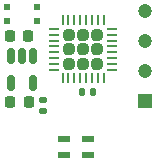
<source format=gbr>
%TF.GenerationSoftware,KiCad,Pcbnew,8.0.4*%
%TF.CreationDate,2024-07-28T22:04:51+02:00*%
%TF.ProjectId,miniCO2,6d696e69-434f-4322-9e6b-696361645f70,rev?*%
%TF.SameCoordinates,Original*%
%TF.FileFunction,Paste,Bot*%
%TF.FilePolarity,Positive*%
%FSLAX46Y46*%
G04 Gerber Fmt 4.6, Leading zero omitted, Abs format (unit mm)*
G04 Created by KiCad (PCBNEW 8.0.4) date 2024-07-28 22:04:51*
%MOMM*%
%LPD*%
G01*
G04 APERTURE LIST*
G04 Aperture macros list*
%AMRoundRect*
0 Rectangle with rounded corners*
0 $1 Rounding radius*
0 $2 $3 $4 $5 $6 $7 $8 $9 X,Y pos of 4 corners*
0 Add a 4 corners polygon primitive as box body*
4,1,4,$2,$3,$4,$5,$6,$7,$8,$9,$2,$3,0*
0 Add four circle primitives for the rounded corners*
1,1,$1+$1,$2,$3*
1,1,$1+$1,$4,$5*
1,1,$1+$1,$6,$7*
1,1,$1+$1,$8,$9*
0 Add four rect primitives between the rounded corners*
20,1,$1+$1,$2,$3,$4,$5,0*
20,1,$1+$1,$4,$5,$6,$7,0*
20,1,$1+$1,$6,$7,$8,$9,0*
20,1,$1+$1,$8,$9,$2,$3,0*%
G04 Aperture macros list end*
%ADD10R,1.200000X1.200000*%
%ADD11C,1.200000*%
%ADD12RoundRect,0.242500X-0.242500X-0.242500X0.242500X-0.242500X0.242500X0.242500X-0.242500X0.242500X0*%
%ADD13RoundRect,0.062500X-0.337500X-0.062500X0.337500X-0.062500X0.337500X0.062500X-0.337500X0.062500X0*%
%ADD14RoundRect,0.062500X-0.062500X-0.337500X0.062500X-0.337500X0.062500X0.337500X-0.062500X0.337500X0*%
%ADD15R,0.480000X0.570000*%
%ADD16R,1.000000X0.600000*%
%ADD17RoundRect,0.150000X-0.150000X0.512500X-0.150000X-0.512500X0.150000X-0.512500X0.150000X0.512500X0*%
%ADD18RoundRect,0.225000X0.225000X0.250000X-0.225000X0.250000X-0.225000X-0.250000X0.225000X-0.250000X0*%
%ADD19RoundRect,0.140000X-0.170000X0.140000X-0.170000X-0.140000X0.170000X-0.140000X0.170000X0.140000X0*%
%ADD20RoundRect,0.140000X0.140000X0.170000X-0.140000X0.170000X-0.140000X-0.170000X0.140000X-0.170000X0*%
G04 APERTURE END LIST*
D10*
%TO.C,J2*%
X147320000Y-92583000D03*
D11*
X147320000Y-90043000D03*
X147320000Y-87503000D03*
X147320000Y-84963000D03*
%TD*%
D12*
%TO.C,U1*%
X140887600Y-89439600D03*
X140887600Y-88239600D03*
X140887600Y-87039600D03*
X142087600Y-89439600D03*
X142087600Y-88239600D03*
X142087600Y-87039600D03*
X143287600Y-89439600D03*
X143287600Y-88239600D03*
X143287600Y-87039600D03*
D13*
X139637600Y-89989600D03*
X139637600Y-89489600D03*
X139637600Y-88989600D03*
X139637600Y-88489600D03*
X139637600Y-87989600D03*
X139637600Y-87489600D03*
X139637600Y-86989600D03*
X139637600Y-86489600D03*
D14*
X140337600Y-85789600D03*
X140837600Y-85789600D03*
X141337600Y-85789600D03*
X141837600Y-85789600D03*
X142337600Y-85789600D03*
X142837600Y-85789600D03*
X143337600Y-85789600D03*
X143837600Y-85789600D03*
D13*
X144537600Y-86489600D03*
X144537600Y-86989600D03*
X144537600Y-87489600D03*
X144537600Y-87989600D03*
X144537600Y-88489600D03*
X144537600Y-88989600D03*
X144537600Y-89489600D03*
X144537600Y-89989600D03*
D14*
X143837600Y-90689600D03*
X143337600Y-90689600D03*
X142837600Y-90689600D03*
X142337600Y-90689600D03*
X141837600Y-90689600D03*
X141337600Y-90689600D03*
X140837600Y-90689600D03*
X140337600Y-90689600D03*
%TD*%
D15*
%TO.C,SW1*%
X135596000Y-85797000D03*
X138216000Y-85797000D03*
X135596000Y-84637000D03*
X138216000Y-84637000D03*
%TD*%
D16*
%TO.C,D1*%
X142478000Y-95844600D03*
X142478000Y-97144600D03*
X140478000Y-97144600D03*
X140478000Y-95844600D03*
%TD*%
D17*
%TO.C,U2*%
X135940200Y-88778500D03*
X136890200Y-88778500D03*
X137840200Y-88778500D03*
X137840200Y-91053500D03*
X135940200Y-91053500D03*
%TD*%
D18*
%TO.C,C2*%
X137462000Y-92710000D03*
X135912000Y-92710000D03*
%TD*%
D19*
%TO.C,C3*%
X138684000Y-93444000D03*
X138684000Y-92484000D03*
%TD*%
D18*
%TO.C,C1*%
X137427000Y-87122000D03*
X135877000Y-87122000D03*
%TD*%
D20*
%TO.C,C4*%
X142923200Y-91846400D03*
X141963200Y-91846400D03*
%TD*%
M02*

</source>
